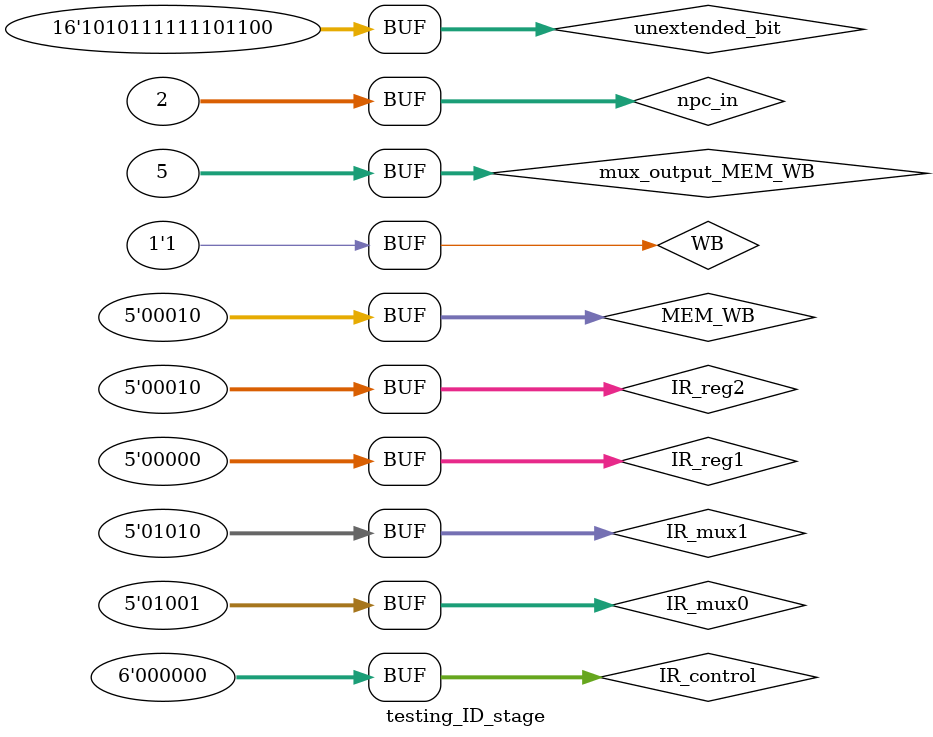
<source format=v>
`timescale 1ns / 1ps


module testing_ID_stage;

	// Inputs
	reg [31:26] IR_control;
	reg [31:0] npc_in;
	reg [25:21] IR_reg1;
	reg [20:16] IR_reg2;
	reg [15:0] unextended_bit;
	reg [20:16] IR_mux0;
	reg [15:11] IR_mux1;
	reg WB;
	reg [31:0] mux_output_MEM_WB;
	reg [4:0] MEM_WB;

	// Outputs
	wire [1:0] wb_ctlout;
	wire [2:0] m_ctlout;
	wire [3:0] ex_ctlout;
	wire [31:0] npcout;
	wire [31:0] rdata1out;
	wire [31:0] rdata2out;
	wire [31:0] s_extendout;
	wire [4:0] instrout_2016;
	wire [4:0] instrout_1511;

	// Instantiate the Unit Under Test (UUT)
	final_ID_stage uut (
		.IR_control(IR_control), 
		.npc_in(npc_in), 
		.IR_reg1(IR_reg1), 
		.IR_reg2(IR_reg2), 
		.unextended_bit(unextended_bit), 
		.IR_mux0(IR_mux0), 
		.IR_mux1(IR_mux1), 
		.WB(WB), 
		.mux_output_MEM_WB(mux_output_MEM_WB), 
		.MEM_WB(MEM_WB), 
		.wb_ctlout(wb_ctlout), 
		.m_ctlout(m_ctlout), 
		.ex_ctlout(ex_ctlout), 
		.npcout(npcout), 
		.rdata1out(rdata1out), 
		.rdata2out(rdata2out), 
		.s_extendout(s_extendout), 
		.instrout_2016(instrout_2016), 
		.instrout_1511(instrout_1511)
	);

	initial begin
		// Initialize Inputs
		IR_control = 0;
		npc_in = 0;
		IR_reg1 = 0;
		IR_reg2 = 0;
		unextended_bit = 0;
		IR_mux0 = 0;
		IR_mux1 = 0;
		WB = 0;
		mux_output_MEM_WB = 0;
		MEM_WB = 0;

		// Wait 100 ns for global reset to finish
		// Wait 100 ns for global reset to finish
		#10
		IR_control = 6'b000000;
		npc_in = 2;
		IR_reg1 = 0;
		IR_reg2 = 2;
		unextended_bit = 16'b1010111111101100;
		IR_mux0 = 9;
		IR_mux1 = 10;
		WB = 1;
		MEM_WB = 2;
		mux_output_MEM_WB = 5;
        
		// Add stimulus here

	end
      
endmodule


</source>
